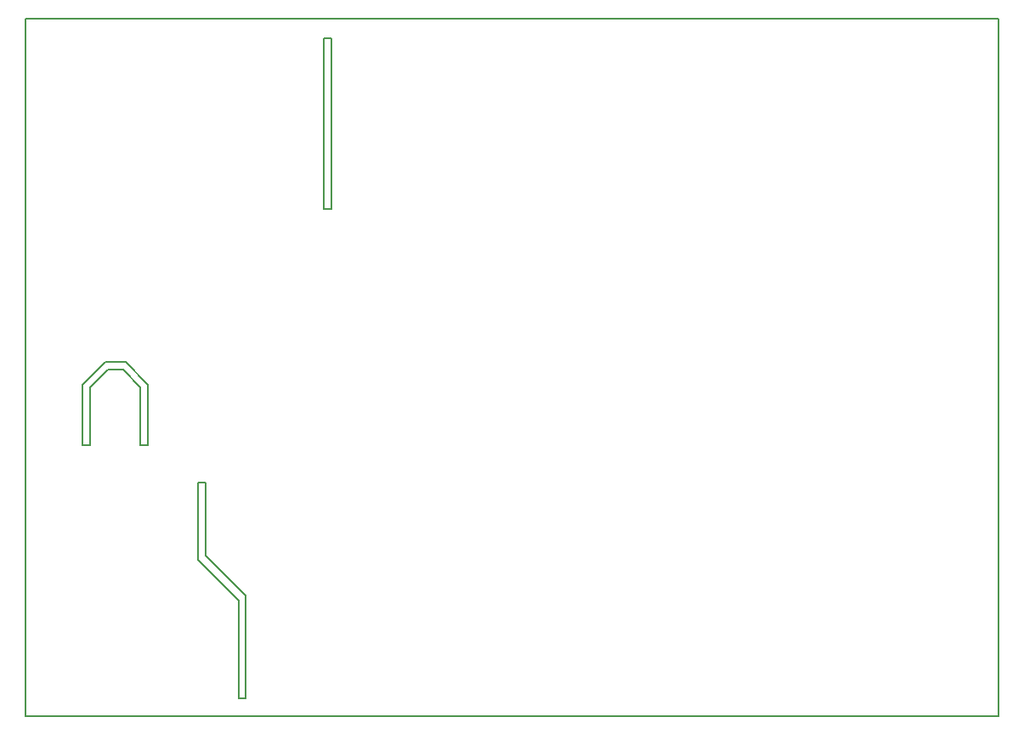
<source format=gbr>
%TF.GenerationSoftware,KiCad,Pcbnew,5.1.10*%
%TF.CreationDate,2021-10-03T17:58:42+03:00*%
%TF.ProjectId,stm32,73746d33-322e-46b6-9963-61645f706362,rev?*%
%TF.SameCoordinates,Original*%
%TF.FileFunction,Profile,NP*%
%FSLAX46Y46*%
G04 Gerber Fmt 4.6, Leading zero omitted, Abs format (unit mm)*
G04 Created by KiCad (PCBNEW 5.1.10) date 2021-10-03 17:58:42*
%MOMM*%
%LPD*%
G01*
G04 APERTURE LIST*
%TA.AperFunction,Profile*%
%ADD10C,0.150000*%
%TD*%
G04 APERTURE END LIST*
D10*
X92000000Y-88000000D02*
X92000000Y-71000000D01*
X91250000Y-88000000D02*
X92000000Y-88000000D01*
X91250000Y-71000000D02*
X91250000Y-88000000D01*
X92000000Y-71000000D02*
X91250000Y-71000000D01*
X83500000Y-136750000D02*
X82750000Y-136750000D01*
X83500000Y-126500000D02*
X83500000Y-136750000D01*
X79500000Y-122500000D02*
X83500000Y-126500000D01*
X79500000Y-115250000D02*
X79500000Y-122500000D01*
X78750000Y-115250000D02*
X79500000Y-115250000D01*
X78750000Y-123000000D02*
X78750000Y-115250000D01*
X82750000Y-127000000D02*
X78750000Y-123000000D01*
X82750000Y-136750000D02*
X82750000Y-127000000D01*
X73750000Y-111500000D02*
X73000000Y-111500000D01*
X73750000Y-105500000D02*
X73750000Y-111500000D01*
X71500000Y-103250000D02*
X73750000Y-105500000D01*
X69500000Y-103250000D02*
X71500000Y-103250000D01*
X67250000Y-105500000D02*
X69500000Y-103250000D01*
X67250000Y-105750000D02*
X67250000Y-105500000D01*
X67250000Y-111500000D02*
X67250000Y-105750000D01*
X68000000Y-111500000D02*
X67250000Y-111500000D01*
X71250000Y-104000000D02*
X69750000Y-104000000D01*
X73000000Y-105750000D02*
X71250000Y-104000000D01*
X73000000Y-111500000D02*
X73000000Y-105750000D01*
X68000000Y-105750000D02*
X69750000Y-104000000D01*
X68000000Y-111500000D02*
X68000000Y-105750000D01*
X61500000Y-69000000D02*
X61500000Y-138500000D01*
X158500000Y-69000000D02*
X61500000Y-69000000D01*
X158500000Y-138500000D02*
X158500000Y-69000000D01*
X61500000Y-138500000D02*
X158500000Y-138500000D01*
M02*

</source>
